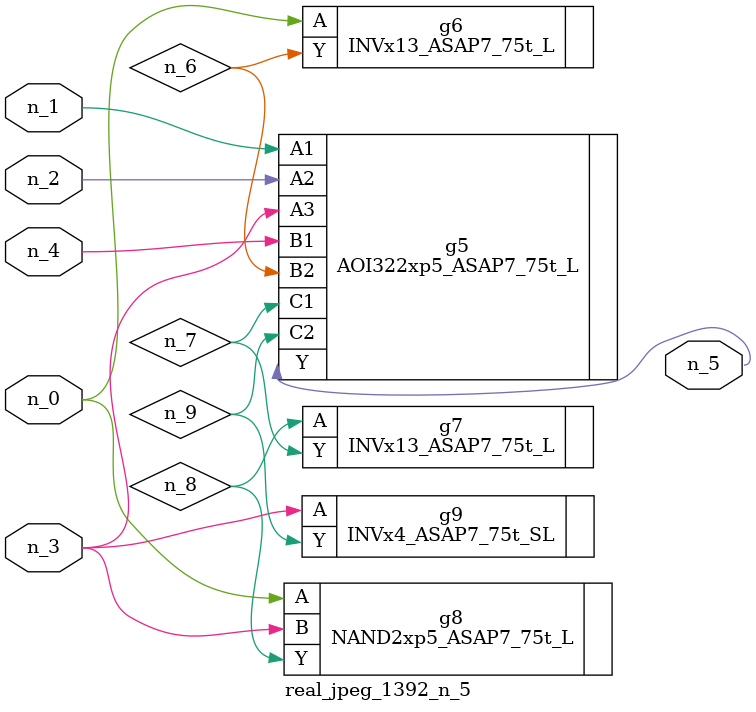
<source format=v>
module real_jpeg_1392_n_5 (n_4, n_0, n_1, n_2, n_3, n_5);

input n_4;
input n_0;
input n_1;
input n_2;
input n_3;

output n_5;

wire n_8;
wire n_6;
wire n_7;
wire n_9;

INVx13_ASAP7_75t_L g6 ( 
.A(n_0),
.Y(n_6)
);

NAND2xp5_ASAP7_75t_L g8 ( 
.A(n_0),
.B(n_3),
.Y(n_8)
);

AOI322xp5_ASAP7_75t_L g5 ( 
.A1(n_1),
.A2(n_2),
.A3(n_3),
.B1(n_4),
.B2(n_6),
.C1(n_7),
.C2(n_9),
.Y(n_5)
);

INVx4_ASAP7_75t_SL g9 ( 
.A(n_3),
.Y(n_9)
);

INVx13_ASAP7_75t_L g7 ( 
.A(n_8),
.Y(n_7)
);


endmodule
</source>
